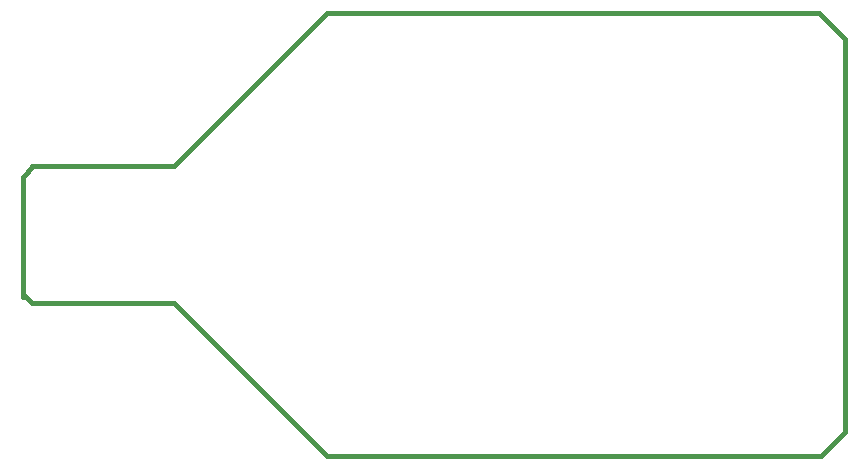
<source format=gbr>
G04 (created by PCBNEW-RS274X (2012-jan-04)-stable) date Пт. 17 авг. 2012 15:46:30*
G01*
G70*
G90*
%MOIN*%
G04 Gerber Fmt 3.4, Leading zero omitted, Abs format*
%FSLAX34Y34*%
G04 APERTURE LIST*
%ADD10C,0.006000*%
%ADD11C,0.015000*%
G04 APERTURE END LIST*
G54D10*
G54D11*
X75050Y-37950D02*
X75050Y-50950D01*
X75050Y-37850D02*
X75050Y-37900D01*
X74200Y-37000D02*
X75050Y-37850D01*
X58750Y-37000D02*
X74200Y-37000D01*
X74250Y-51750D02*
X75050Y-50950D01*
X58750Y-51750D02*
X74250Y-51750D01*
X57800Y-51750D02*
X58750Y-51750D01*
X52700Y-46650D02*
X57800Y-51750D01*
X47950Y-46650D02*
X52700Y-46650D01*
X47650Y-46350D02*
X47950Y-46650D01*
X47650Y-42450D02*
X47650Y-46450D01*
X48000Y-42100D02*
X47650Y-42450D01*
X57800Y-37000D02*
X58750Y-37000D01*
X52700Y-42100D02*
X57800Y-37000D01*
X47950Y-42100D02*
X52700Y-42100D01*
M02*

</source>
